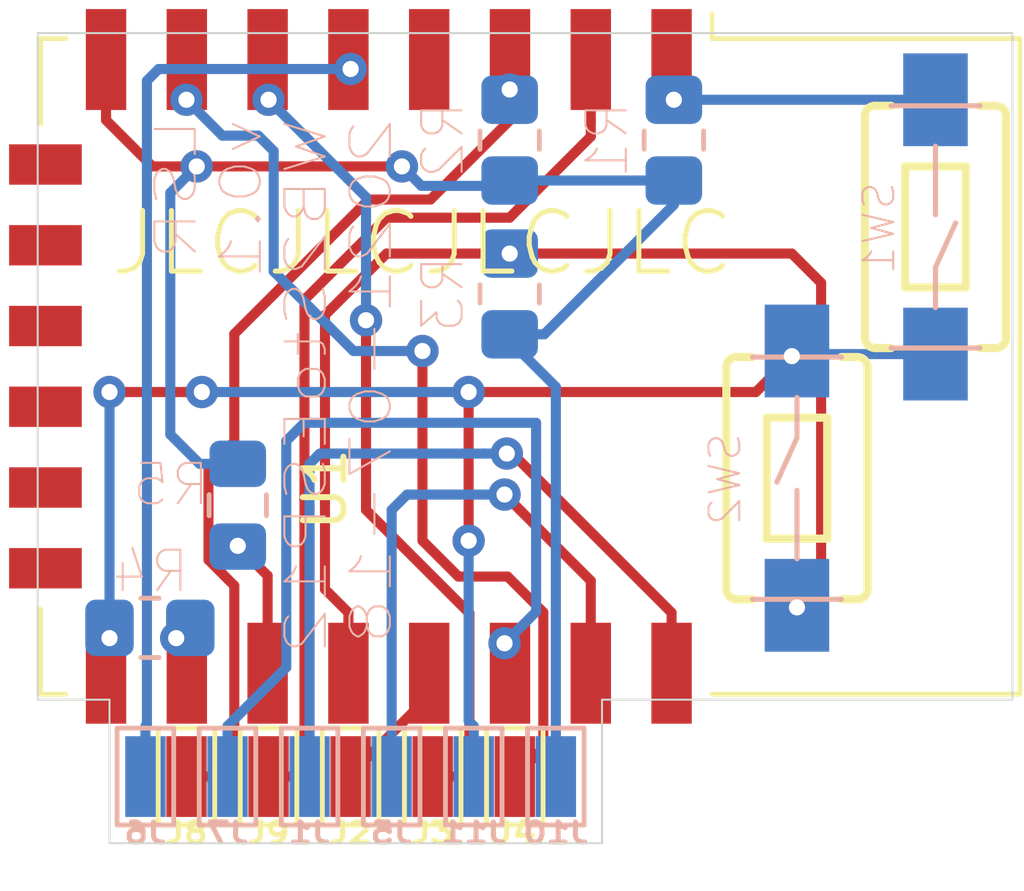
<source format=kicad_pcb>
(kicad_pcb (version 20171130) (host pcbnew 5.1.5+dfsg1-2build2)

  (general
    (thickness 1.6)
    (drawings 10)
    (tracks 138)
    (zones 0)
    (modules 19)
    (nets 23)
  )

  (page A4)
  (layers
    (0 F.Cu signal)
    (31 B.Cu signal)
    (32 B.Adhes user hide)
    (33 F.Adhes user hide)
    (34 B.Paste user hide)
    (35 F.Paste user hide)
    (36 B.SilkS user)
    (37 F.SilkS user)
    (38 B.Mask user hide)
    (39 F.Mask user hide)
    (40 Dwgs.User user hide)
    (41 Cmts.User user hide)
    (42 Eco1.User user hide)
    (43 Eco2.User user hide)
    (44 Edge.Cuts user)
    (45 Margin user hide)
    (46 B.CrtYd user hide)
    (47 F.CrtYd user hide)
    (48 B.Fab user hide)
    (49 F.Fab user hide)
  )

  (setup
    (last_trace_width 0.25)
    (trace_clearance 0.2)
    (zone_clearance 0.508)
    (zone_45_only no)
    (trace_min 0.2)
    (via_size 0.8)
    (via_drill 0.4)
    (via_min_size 0.4)
    (via_min_drill 0.3)
    (uvia_size 0.3)
    (uvia_drill 0.1)
    (uvias_allowed no)
    (uvia_min_size 0.2)
    (uvia_min_drill 0.1)
    (edge_width 0.05)
    (segment_width 0.2)
    (pcb_text_width 0.3)
    (pcb_text_size 1.5 1.5)
    (mod_edge_width 0.12)
    (mod_text_size 1 1)
    (mod_text_width 0.15)
    (pad_size 1.524 1.524)
    (pad_drill 0.762)
    (pad_to_mask_clearance 0)
    (aux_axis_origin 0 0)
    (grid_origin 86.36 106.68)
    (visible_elements FFFFFF7F)
    (pcbplotparams
      (layerselection 0x010ff_ffffffff)
      (usegerberextensions false)
      (usegerberattributes true)
      (usegerberadvancedattributes true)
      (creategerberjobfile true)
      (excludeedgelayer true)
      (linewidth 0.100000)
      (plotframeref false)
      (viasonmask false)
      (mode 1)
      (useauxorigin false)
      (hpglpennumber 1)
      (hpglpenspeed 20)
      (hpglpendiameter 15.000000)
      (psnegative false)
      (psa4output false)
      (plotreference true)
      (plotvalue true)
      (plotinvisibletext false)
      (padsonsilk false)
      (subtractmaskfromsilk false)
      (outputformat 1)
      (mirror false)
      (drillshape 0)
      (scaleselection 1)
      (outputdirectory "gerber/"))
  )

  (net 0 "")
  (net 1 TX)
  (net 2 PWM0)
  (net 3 PWM1)
  (net 4 PWM2)
  (net 5 RX)
  (net 6 PWM5)
  (net 7 PWM4)
  (net 8 CEN)
  (net 9 ADC)
  (net 10 "Net-(R1-Pad1)")
  (net 11 GND)
  (net 12 "Net-(R4-Pad2)")
  (net 13 "Net-(U1-Pad4)")
  (net 14 "Net-(U1-Pad9)")
  (net 15 "Net-(U1-Pad10)")
  (net 16 "Net-(U1-Pad11)")
  (net 17 "Net-(U1-Pad12)")
  (net 18 "Net-(U1-Pad13)")
  (net 19 "Net-(U1-Pad14)")
  (net 20 +3V3)
  (net 21 "Net-(R3-Pad1)")
  (net 22 "Net-(R5-Pad2)")

  (net_class Default "This is the default net class."
    (clearance 0.2)
    (trace_width 0.25)
    (via_dia 0.8)
    (via_drill 0.4)
    (uvia_dia 0.3)
    (uvia_drill 0.1)
    (add_net +3V3)
    (add_net ADC)
    (add_net CEN)
    (add_net GND)
    (add_net "Net-(R1-Pad1)")
    (add_net "Net-(R3-Pad1)")
    (add_net "Net-(R4-Pad2)")
    (add_net "Net-(R5-Pad2)")
    (add_net "Net-(U1-Pad10)")
    (add_net "Net-(U1-Pad11)")
    (add_net "Net-(U1-Pad12)")
    (add_net "Net-(U1-Pad13)")
    (add_net "Net-(U1-Pad14)")
    (add_net "Net-(U1-Pad4)")
    (add_net "Net-(U1-Pad9)")
    (add_net PWM0)
    (add_net PWM1)
    (add_net PWM2)
    (add_net PWM4)
    (add_net PWM5)
    (add_net RX)
    (add_net TX)
  )

  (module Resistor_SMD:R_0805_2012Metric_Pad1.15x1.40mm_HandSolder (layer B.Cu) (tedit 5B36C52B) (tstamp 60F53ACE)
    (at 91.313 118.373 270)
    (descr "Resistor SMD 0805 (2012 Metric), square (rectangular) end terminal, IPC_7351 nominal with elongated pad for handsoldering. (Body size source: https://docs.google.com/spreadsheets/d/1BsfQQcO9C6DZCsRaXUlFlo91Tg2WpOkGARC1WS5S8t0/edit?usp=sharing), generated with kicad-footprint-generator")
    (tags "resistor handsolder")
    (path /60FBBEEB)
    (attr smd)
    (fp_text reference R5 (at -0.508 1.651 180) (layer B.SilkS)
      (effects (font (size 1 1) (thickness 0.0508)) (justify mirror))
    )
    (fp_text value 10k (at 0 -1.65 90) (layer B.Fab)
      (effects (font (size 1 1) (thickness 0.15)) (justify mirror))
    )
    (fp_text user %R (at 0 0 90) (layer B.Fab)
      (effects (font (size 0.5 0.5) (thickness 0.08)) (justify mirror))
    )
    (fp_line (start 1.85 -0.95) (end -1.85 -0.95) (layer B.CrtYd) (width 0.05))
    (fp_line (start 1.85 0.95) (end 1.85 -0.95) (layer B.CrtYd) (width 0.05))
    (fp_line (start -1.85 0.95) (end 1.85 0.95) (layer B.CrtYd) (width 0.05))
    (fp_line (start -1.85 -0.95) (end -1.85 0.95) (layer B.CrtYd) (width 0.05))
    (fp_line (start -0.261252 -0.71) (end 0.261252 -0.71) (layer B.SilkS) (width 0.12))
    (fp_line (start -0.261252 0.71) (end 0.261252 0.71) (layer B.SilkS) (width 0.12))
    (fp_line (start 1 -0.6) (end -1 -0.6) (layer B.Fab) (width 0.1))
    (fp_line (start 1 0.6) (end 1 -0.6) (layer B.Fab) (width 0.1))
    (fp_line (start -1 0.6) (end 1 0.6) (layer B.Fab) (width 0.1))
    (fp_line (start -1 -0.6) (end -1 0.6) (layer B.Fab) (width 0.1))
    (pad 2 smd roundrect (at 1.025 0 270) (size 1.15 1.4) (layers B.Cu B.Paste B.Mask) (roundrect_rratio 0.217391)
      (net 22 "Net-(R5-Pad2)"))
    (pad 1 smd roundrect (at -1.025 0 270) (size 1.15 1.4) (layers B.Cu B.Paste B.Mask) (roundrect_rratio 0.217391)
      (net 20 +3V3))
    (model ${KISYS3DMOD}/Resistor_SMD.3dshapes/R_0805_2012Metric.wrl
      (at (xyz 0 0 0))
      (scale (xyz 1 1 1))
      (rotate (xyz 0 0 0))
    )
  )

  (module myWb2s:TACTILE-SWITCH-1101NE (layer B.Cu) (tedit 200000) (tstamp 60F516B5)
    (at 108.585 111.4806 90)
    (descr "SPARKFUN SKU# COM-08229")
    (tags "SPARKFUN SKU# COM-08229")
    (path /60F1CC69)
    (attr smd)
    (fp_text reference SW1 (at -0.0254 -1.397 90) (layer B.SilkS)
      (effects (font (size 0.762 0.762) (thickness 0.0508)) (justify mirror))
    )
    (fp_text value SW_Push (at -0.71374 -2.31648 90) (layer F.SilkS) hide
      (effects (font (size 0.762 0.762) (thickness 0.0508)))
    )
    (fp_arc (start -2.74828 -1.4986) (end -2.74828 -1.74752) (angle -90) (layer F.SilkS) (width 0.2032))
    (fp_arc (start 2.74828 -1.4986) (end 2.99974 -1.4986) (angle -90) (layer F.SilkS) (width 0.2032))
    (fp_arc (start 2.74828 1.4986) (end 2.74828 1.74752) (angle -90) (layer F.SilkS) (width 0.2032))
    (fp_arc (start -2.74828 1.4986) (end -2.99974 1.4986) (angle -90) (layer F.SilkS) (width 0.2032))
    (fp_line (start 0.29972 0) (end 1.99898 0) (layer B.SilkS) (width 0.127))
    (fp_line (start -0.99822 0) (end 0.09906 0.49784) (layer B.SilkS) (width 0.127))
    (fp_line (start -1.99898 0) (end -0.99822 0) (layer B.SilkS) (width 0.127))
    (fp_line (start 1.4986 -0.7493) (end 1.4986 0.7493) (layer F.SilkS) (width 0.2032))
    (fp_line (start -1.4986 -0.7493) (end -1.4986 0.7493) (layer F.SilkS) (width 0.2032))
    (fp_line (start 1.4986 -0.7493) (end -1.4986 -0.7493) (layer F.SilkS) (width 0.2032))
    (fp_line (start -1.4986 0.7493) (end 1.4986 0.7493) (layer F.SilkS) (width 0.2032))
    (fp_line (start 2.99974 -1.4986) (end 2.99974 -1.09982) (layer F.SilkS) (width 0.2032))
    (fp_line (start 2.99974 1.09982) (end 2.99974 1.4986) (layer F.SilkS) (width 0.2032))
    (fp_line (start -2.99974 1.09982) (end -2.99974 1.4986) (layer F.SilkS) (width 0.2032))
    (fp_line (start -2.99974 -1.4986) (end -2.99974 -1.09982) (layer F.SilkS) (width 0.2032))
    (fp_line (start 2.74828 -1.74752) (end -2.74828 -1.74752) (layer F.SilkS) (width 0.2032))
    (fp_line (start -2.74828 1.74752) (end 2.74828 1.74752) (layer F.SilkS) (width 0.2032))
    (fp_line (start 2.99974 1.09982) (end 2.99974 -1.09982) (layer B.SilkS) (width 0.127))
    (fp_line (start -2.99974 1.09982) (end -2.99974 -1.09982) (layer B.SilkS) (width 0.127))
    (pad 2 smd rect (at 3.1496 0 270) (size 2.2987 1.59766) (layers B.Cu B.Paste B.Mask)
      (net 10 "Net-(R1-Pad1)"))
    (pad 1 smd rect (at -3.1496 0 270) (size 2.2987 1.59766) (layers B.Cu B.Paste B.Mask)
      (net 11 GND))
  )

  (module myWb2s:TACTILE-SWITCH-1101NE (layer B.Cu) (tedit 200000) (tstamp 60F52A8E)
    (at 105.156 117.7036 270)
    (descr "SPARKFUN SKU# COM-08229")
    (tags "SPARKFUN SKU# COM-08229")
    (path /60F1D034)
    (attr smd)
    (fp_text reference SW2 (at 0.0254 1.778 90) (layer B.SilkS)
      (effects (font (size 0.762 0.762) (thickness 0.0508)) (justify mirror))
    )
    (fp_text value SW_Push (at -0.71374 -2.31648 90) (layer F.SilkS) hide
      (effects (font (size 0.762 0.762) (thickness 0.0508)))
    )
    (fp_line (start -2.99974 1.09982) (end -2.99974 -1.09982) (layer B.SilkS) (width 0.127))
    (fp_line (start 2.99974 1.09982) (end 2.99974 -1.09982) (layer B.SilkS) (width 0.127))
    (fp_line (start -2.74828 1.74752) (end 2.74828 1.74752) (layer F.SilkS) (width 0.2032))
    (fp_line (start 2.74828 -1.74752) (end -2.74828 -1.74752) (layer F.SilkS) (width 0.2032))
    (fp_line (start -2.99974 -1.4986) (end -2.99974 -1.09982) (layer F.SilkS) (width 0.2032))
    (fp_line (start -2.99974 1.09982) (end -2.99974 1.4986) (layer F.SilkS) (width 0.2032))
    (fp_line (start 2.99974 1.09982) (end 2.99974 1.4986) (layer F.SilkS) (width 0.2032))
    (fp_line (start 2.99974 -1.4986) (end 2.99974 -1.09982) (layer F.SilkS) (width 0.2032))
    (fp_line (start -1.4986 0.7493) (end 1.4986 0.7493) (layer F.SilkS) (width 0.2032))
    (fp_line (start 1.4986 -0.7493) (end -1.4986 -0.7493) (layer F.SilkS) (width 0.2032))
    (fp_line (start -1.4986 -0.7493) (end -1.4986 0.7493) (layer F.SilkS) (width 0.2032))
    (fp_line (start 1.4986 -0.7493) (end 1.4986 0.7493) (layer F.SilkS) (width 0.2032))
    (fp_line (start -1.99898 0) (end -0.99822 0) (layer B.SilkS) (width 0.127))
    (fp_line (start -0.99822 0) (end 0.09906 0.49784) (layer B.SilkS) (width 0.127))
    (fp_line (start 0.29972 0) (end 1.99898 0) (layer B.SilkS) (width 0.127))
    (fp_arc (start -2.74828 1.4986) (end -2.99974 1.4986) (angle -90) (layer F.SilkS) (width 0.2032))
    (fp_arc (start 2.74828 1.4986) (end 2.74828 1.74752) (angle -90) (layer F.SilkS) (width 0.2032))
    (fp_arc (start 2.74828 -1.4986) (end 2.99974 -1.4986) (angle -90) (layer F.SilkS) (width 0.2032))
    (fp_arc (start -2.74828 -1.4986) (end -2.74828 -1.74752) (angle -90) (layer F.SilkS) (width 0.2032))
    (pad 1 smd rect (at -3.1496 0 90) (size 2.2987 1.59766) (layers B.Cu B.Paste B.Mask)
      (net 11 GND))
    (pad 2 smd rect (at 3.1496 0 90) (size 2.2987 1.59766) (layers B.Cu B.Paste B.Mask)
      (net 21 "Net-(R3-Pad1)"))
  )

  (module Resistor_SMD:R_0805_2012Metric_Pad1.20x1.40mm_HandSolder (layer B.Cu) (tedit 5F68FEEE) (tstamp 60F20D5D)
    (at 98.044 109.331 270)
    (descr "Resistor SMD 0805 (2012 Metric), square (rectangular) end terminal, IPC_7351 nominal with elongated pad for handsoldering. (Body size source: IPC-SM-782 page 72, https://www.pcb-3d.com/wordpress/wp-content/uploads/ipc-sm-782a_amendment_1_and_2.pdf), generated with kicad-footprint-generator")
    (tags "resistor handsolder")
    (path /60F1C057)
    (attr smd)
    (fp_text reference R2 (at 0 1.65 90) (layer B.SilkS)
      (effects (font (size 1 1) (thickness 0.0508)) (justify mirror))
    )
    (fp_text value 10k (at 0 -1.65 90) (layer B.Fab)
      (effects (font (size 1 1) (thickness 0.15)) (justify mirror))
    )
    (fp_text user %R (at 0 0 90) (layer B.Fab)
      (effects (font (size 0.5 0.5) (thickness 0.08)) (justify mirror))
    )
    (fp_line (start -1 -0.625) (end -1 0.625) (layer B.Fab) (width 0.1))
    (fp_line (start -1 0.625) (end 1 0.625) (layer B.Fab) (width 0.1))
    (fp_line (start 1 0.625) (end 1 -0.625) (layer B.Fab) (width 0.1))
    (fp_line (start 1 -0.625) (end -1 -0.625) (layer B.Fab) (width 0.1))
    (fp_line (start -0.227064 0.735) (end 0.227064 0.735) (layer B.SilkS) (width 0.12))
    (fp_line (start -0.227064 -0.735) (end 0.227064 -0.735) (layer B.SilkS) (width 0.12))
    (fp_line (start -1.85 -0.95) (end -1.85 0.95) (layer B.CrtYd) (width 0.05))
    (fp_line (start -1.85 0.95) (end 1.85 0.95) (layer B.CrtYd) (width 0.05))
    (fp_line (start 1.85 0.95) (end 1.85 -0.95) (layer B.CrtYd) (width 0.05))
    (fp_line (start 1.85 -0.95) (end -1.85 -0.95) (layer B.CrtYd) (width 0.05))
    (pad 2 smd roundrect (at 1 0 270) (size 1.2 1.4) (layers B.Cu B.Paste B.Mask) (roundrect_rratio 0.208333)
      (net 20 +3V3))
    (pad 1 smd roundrect (at -1 0 270) (size 1.2 1.4) (layers B.Cu B.Paste B.Mask) (roundrect_rratio 0.208333)
      (net 8 CEN))
    (model ${KISYS3DMOD}/Resistor_SMD.3dshapes/R_0805_2012Metric.wrl
      (at (xyz 0 0 0))
      (scale (xyz 1 1 1))
      (rotate (xyz 0 0 0))
    )
  )

  (module RF_Module:ESP-12E (layer F.Cu) (tedit 5A030172) (tstamp 60F214E7)
    (at 98.552 114.935 270)
    (descr "Wi-Fi Module, http://wiki.ai-thinker.com/_media/esp8266/docs/aithinker_esp_12f_datasheet_en.pdf")
    (tags "Wi-Fi Module")
    (path /60F1A882)
    (attr smd)
    (fp_text reference U1 (at 3.048 5.08 90) (layer F.SilkS)
      (effects (font (size 1 1) (thickness 0.15)))
    )
    (fp_text value ESP-12E (at -0.06 -12.78 90) (layer F.Fab)
      (effects (font (size 1 1) (thickness 0.15)))
    )
    (fp_line (start 5.56 -4.8) (end 8.12 -7.36) (layer Dwgs.User) (width 0.12))
    (fp_line (start 2.56 -4.8) (end 8.12 -10.36) (layer Dwgs.User) (width 0.12))
    (fp_line (start -0.44 -4.8) (end 6.88 -12.12) (layer Dwgs.User) (width 0.12))
    (fp_line (start -3.44 -4.8) (end 3.88 -12.12) (layer Dwgs.User) (width 0.12))
    (fp_line (start -6.44 -4.8) (end 0.88 -12.12) (layer Dwgs.User) (width 0.12))
    (fp_line (start -8.12 -6.12) (end -2.12 -12.12) (layer Dwgs.User) (width 0.12))
    (fp_line (start -8.12 -9.12) (end -5.12 -12.12) (layer Dwgs.User) (width 0.12))
    (fp_line (start -8.12 -4.8) (end -8.12 -12.12) (layer Dwgs.User) (width 0.12))
    (fp_line (start 8.12 -4.8) (end -8.12 -4.8) (layer Dwgs.User) (width 0.12))
    (fp_line (start 8.12 -12.12) (end 8.12 -4.8) (layer Dwgs.User) (width 0.12))
    (fp_line (start -8.12 -12.12) (end 8.12 -12.12) (layer Dwgs.User) (width 0.12))
    (fp_line (start -8.12 -4.5) (end -8.73 -4.5) (layer F.SilkS) (width 0.12))
    (fp_line (start -8.12 -4.5) (end -8.12 -12.12) (layer F.SilkS) (width 0.12))
    (fp_line (start -8.12 12.12) (end -8.12 11.5) (layer F.SilkS) (width 0.12))
    (fp_line (start -6 12.12) (end -8.12 12.12) (layer F.SilkS) (width 0.12))
    (fp_line (start 8.12 12.12) (end 6 12.12) (layer F.SilkS) (width 0.12))
    (fp_line (start 8.12 11.5) (end 8.12 12.12) (layer F.SilkS) (width 0.12))
    (fp_line (start 8.12 -12.12) (end 8.12 -4.5) (layer F.SilkS) (width 0.12))
    (fp_line (start -8.12 -12.12) (end 8.12 -12.12) (layer F.SilkS) (width 0.12))
    (fp_line (start -9.05 13.1) (end -9.05 -12.2) (layer F.CrtYd) (width 0.05))
    (fp_line (start 9.05 13.1) (end -9.05 13.1) (layer F.CrtYd) (width 0.05))
    (fp_line (start 9.05 -12.2) (end 9.05 13.1) (layer F.CrtYd) (width 0.05))
    (fp_line (start -9.05 -12.2) (end 9.05 -12.2) (layer F.CrtYd) (width 0.05))
    (fp_line (start -8 -4) (end -8 -12) (layer F.Fab) (width 0.12))
    (fp_line (start -7.5 -3.5) (end -8 -4) (layer F.Fab) (width 0.12))
    (fp_line (start -8 -3) (end -7.5 -3.5) (layer F.Fab) (width 0.12))
    (fp_line (start -8 12) (end -8 -3) (layer F.Fab) (width 0.12))
    (fp_line (start 8 12) (end -8 12) (layer F.Fab) (width 0.12))
    (fp_line (start 8 -12) (end 8 12) (layer F.Fab) (width 0.12))
    (fp_line (start -8 -12) (end 8 -12) (layer F.Fab) (width 0.12))
    (fp_text user Antenna (at -0.06 -7 270) (layer Cmts.User)
      (effects (font (size 1 1) (thickness 0.15)))
    )
    (fp_text user "KEEP-OUT ZONE" (at 0.03 -9.55 270) (layer Cmts.User)
      (effects (font (size 1 1) (thickness 0.15)))
    )
    (fp_text user %R (at 0.49 -0.8 90) (layer F.Fab)
      (effects (font (size 1 1) (thickness 0.15)))
    )
    (pad 1 smd rect (at -7.6 -3.5 270) (size 2.5 1) (layers F.Cu F.Paste F.Mask)
      (net 10 "Net-(R1-Pad1)"))
    (pad 2 smd rect (at -7.6 -1.5 270) (size 2.5 1) (layers F.Cu F.Paste F.Mask)
      (net 9 ADC))
    (pad 3 smd rect (at -7.6 0.5 270) (size 2.5 1) (layers F.Cu F.Paste F.Mask)
      (net 8 CEN))
    (pad 4 smd rect (at -7.6 2.5 270) (size 2.5 1) (layers F.Cu F.Paste F.Mask)
      (net 13 "Net-(U1-Pad4)"))
    (pad 5 smd rect (at -7.6 4.5 270) (size 2.5 1) (layers F.Cu F.Paste F.Mask)
      (net 6 PWM5))
    (pad 6 smd rect (at -7.6 6.5 270) (size 2.5 1) (layers F.Cu F.Paste F.Mask)
      (net 3 PWM1))
    (pad 7 smd rect (at -7.6 8.5 270) (size 2.5 1) (layers F.Cu F.Paste F.Mask)
      (net 4 PWM2))
    (pad 8 smd rect (at -7.6 10.5 270) (size 2.5 1) (layers F.Cu F.Paste F.Mask)
      (net 20 +3V3))
    (pad 9 smd rect (at -5 12 270) (size 1 1.8) (layers F.Cu F.Paste F.Mask)
      (net 14 "Net-(U1-Pad9)"))
    (pad 10 smd rect (at -3 12 270) (size 1 1.8) (layers F.Cu F.Paste F.Mask)
      (net 15 "Net-(U1-Pad10)"))
    (pad 11 smd rect (at -1 12 270) (size 1 1.8) (layers F.Cu F.Paste F.Mask)
      (net 16 "Net-(U1-Pad11)"))
    (pad 12 smd rect (at 1 12 270) (size 1 1.8) (layers F.Cu F.Paste F.Mask)
      (net 17 "Net-(U1-Pad12)"))
    (pad 13 smd rect (at 3 12 270) (size 1 1.8) (layers F.Cu F.Paste F.Mask)
      (net 18 "Net-(U1-Pad13)"))
    (pad 14 smd rect (at 5 12 270) (size 1 1.8) (layers F.Cu F.Paste F.Mask)
      (net 19 "Net-(U1-Pad14)"))
    (pad 15 smd rect (at 7.6 10.5 270) (size 2.5 1) (layers F.Cu F.Paste F.Mask)
      (net 11 GND))
    (pad 16 smd rect (at 7.6 8.5 270) (size 2.5 1) (layers F.Cu F.Paste F.Mask)
      (net 12 "Net-(R4-Pad2)"))
    (pad 17 smd rect (at 7.6 6.5 270) (size 2.5 1) (layers F.Cu F.Paste F.Mask)
      (net 22 "Net-(R5-Pad2)"))
    (pad 18 smd rect (at 7.6 4.5 270) (size 2.5 1) (layers F.Cu F.Paste F.Mask)
      (net 21 "Net-(R3-Pad1)"))
    (pad 19 smd rect (at 7.6 2.5 270) (size 2.5 1) (layers F.Cu F.Paste F.Mask)
      (net 2 PWM0))
    (pad 20 smd rect (at 7.6 0.5 270) (size 2.5 1) (layers F.Cu F.Paste F.Mask)
      (net 7 PWM4))
    (pad 21 smd rect (at 7.6 -1.5 270) (size 2.5 1) (layers F.Cu F.Paste F.Mask)
      (net 5 RX))
    (pad 22 smd rect (at 7.6 -3.5 270) (size 2.5 1) (layers F.Cu F.Paste F.Mask)
      (net 1 TX))
    (model ${KISYS3DMOD}/RF_Module.3dshapes/ESP-12E.wrl
      (at (xyz 0 0 0))
      (scale (xyz 1 1 1))
      (rotate (xyz 0 0 0))
    )
  )

  (module Resistor_SMD:R_0805_2012Metric_Pad1.20x1.40mm_HandSolder (layer B.Cu) (tedit 5F68FEEE) (tstamp 60F20D4C)
    (at 102.108 109.331 270)
    (descr "Resistor SMD 0805 (2012 Metric), square (rectangular) end terminal, IPC_7351 nominal with elongated pad for handsoldering. (Body size source: IPC-SM-782 page 72, https://www.pcb-3d.com/wordpress/wp-content/uploads/ipc-sm-782a_amendment_1_and_2.pdf), generated with kicad-footprint-generator")
    (tags "resistor handsolder")
    (path /60F1B517)
    (attr smd)
    (fp_text reference R1 (at 0 1.65 90) (layer B.SilkS)
      (effects (font (size 1 1) (thickness 0.0508)) (justify mirror))
    )
    (fp_text value 10k (at 0 -1.65 90) (layer B.Fab)
      (effects (font (size 1 1) (thickness 0.15)) (justify mirror))
    )
    (fp_text user %R (at 0 0 90) (layer B.Fab)
      (effects (font (size 0.5 0.5) (thickness 0.08)) (justify mirror))
    )
    (fp_line (start -1 -0.625) (end -1 0.625) (layer B.Fab) (width 0.1))
    (fp_line (start -1 0.625) (end 1 0.625) (layer B.Fab) (width 0.1))
    (fp_line (start 1 0.625) (end 1 -0.625) (layer B.Fab) (width 0.1))
    (fp_line (start 1 -0.625) (end -1 -0.625) (layer B.Fab) (width 0.1))
    (fp_line (start -0.227064 0.735) (end 0.227064 0.735) (layer B.SilkS) (width 0.12))
    (fp_line (start -0.227064 -0.735) (end 0.227064 -0.735) (layer B.SilkS) (width 0.12))
    (fp_line (start -1.85 -0.95) (end -1.85 0.95) (layer B.CrtYd) (width 0.05))
    (fp_line (start -1.85 0.95) (end 1.85 0.95) (layer B.CrtYd) (width 0.05))
    (fp_line (start 1.85 0.95) (end 1.85 -0.95) (layer B.CrtYd) (width 0.05))
    (fp_line (start 1.85 -0.95) (end -1.85 -0.95) (layer B.CrtYd) (width 0.05))
    (pad 2 smd roundrect (at 1 0 270) (size 1.2 1.4) (layers B.Cu B.Paste B.Mask) (roundrect_rratio 0.208333)
      (net 20 +3V3))
    (pad 1 smd roundrect (at -1 0 270) (size 1.2 1.4) (layers B.Cu B.Paste B.Mask) (roundrect_rratio 0.208333)
      (net 10 "Net-(R1-Pad1)"))
    (model ${KISYS3DMOD}/Resistor_SMD.3dshapes/R_0805_2012Metric.wrl
      (at (xyz 0 0 0))
      (scale (xyz 1 1 1))
      (rotate (xyz 0 0 0))
    )
  )

  (module Resistor_SMD:R_0805_2012Metric_Pad1.20x1.40mm_HandSolder (layer B.Cu) (tedit 5F68FEEE) (tstamp 60F20D6E)
    (at 98.044 113.141 270)
    (descr "Resistor SMD 0805 (2012 Metric), square (rectangular) end terminal, IPC_7351 nominal with elongated pad for handsoldering. (Body size source: IPC-SM-782 page 72, https://www.pcb-3d.com/wordpress/wp-content/uploads/ipc-sm-782a_amendment_1_and_2.pdf), generated with kicad-footprint-generator")
    (tags "resistor handsolder")
    (path /60F1BCCF)
    (attr smd)
    (fp_text reference R3 (at 0 1.65 90) (layer B.SilkS)
      (effects (font (size 1 1) (thickness 0.0508)) (justify mirror))
    )
    (fp_text value 10k (at 0 -1.65 90) (layer B.Fab)
      (effects (font (size 1 1) (thickness 0.15)) (justify mirror))
    )
    (fp_text user %R (at 0 0 90) (layer B.Fab)
      (effects (font (size 0.5 0.5) (thickness 0.08)) (justify mirror))
    )
    (fp_line (start -1 -0.625) (end -1 0.625) (layer B.Fab) (width 0.1))
    (fp_line (start -1 0.625) (end 1 0.625) (layer B.Fab) (width 0.1))
    (fp_line (start 1 0.625) (end 1 -0.625) (layer B.Fab) (width 0.1))
    (fp_line (start 1 -0.625) (end -1 -0.625) (layer B.Fab) (width 0.1))
    (fp_line (start -0.227064 0.735) (end 0.227064 0.735) (layer B.SilkS) (width 0.12))
    (fp_line (start -0.227064 -0.735) (end 0.227064 -0.735) (layer B.SilkS) (width 0.12))
    (fp_line (start -1.85 -0.95) (end -1.85 0.95) (layer B.CrtYd) (width 0.05))
    (fp_line (start -1.85 0.95) (end 1.85 0.95) (layer B.CrtYd) (width 0.05))
    (fp_line (start 1.85 0.95) (end 1.85 -0.95) (layer B.CrtYd) (width 0.05))
    (fp_line (start 1.85 -0.95) (end -1.85 -0.95) (layer B.CrtYd) (width 0.05))
    (pad 2 smd roundrect (at 1 0 270) (size 1.2 1.4) (layers B.Cu B.Paste B.Mask) (roundrect_rratio 0.208333)
      (net 20 +3V3))
    (pad 1 smd roundrect (at -1 0 270) (size 1.2 1.4) (layers B.Cu B.Paste B.Mask) (roundrect_rratio 0.208333)
      (net 21 "Net-(R3-Pad1)"))
    (model ${KISYS3DMOD}/Resistor_SMD.3dshapes/R_0805_2012Metric.wrl
      (at (xyz 0 0 0))
      (scale (xyz 1 1 1))
      (rotate (xyz 0 0 0))
    )
  )

  (module Resistor_SMD:R_0805_2012Metric_Pad1.20x1.40mm_HandSolder (layer B.Cu) (tedit 5F68FEEE) (tstamp 60F52B19)
    (at 89.138 121.412)
    (descr "Resistor SMD 0805 (2012 Metric), square (rectangular) end terminal, IPC_7351 nominal with elongated pad for handsoldering. (Body size source: IPC-SM-782 page 72, https://www.pcb-3d.com/wordpress/wp-content/uploads/ipc-sm-782a_amendment_1_and_2.pdf), generated with kicad-footprint-generator")
    (tags "resistor handsolder")
    (path /60F1BE71)
    (attr smd)
    (fp_text reference R4 (at 0.016 -1.397) (layer B.SilkS)
      (effects (font (size 1 1) (thickness 0.0508)) (justify mirror))
    )
    (fp_text value 10k (at 0 -1.65) (layer B.Fab)
      (effects (font (size 1 1) (thickness 0.15)) (justify mirror))
    )
    (fp_line (start 1.85 -0.95) (end -1.85 -0.95) (layer B.CrtYd) (width 0.05))
    (fp_line (start 1.85 0.95) (end 1.85 -0.95) (layer B.CrtYd) (width 0.05))
    (fp_line (start -1.85 0.95) (end 1.85 0.95) (layer B.CrtYd) (width 0.05))
    (fp_line (start -1.85 -0.95) (end -1.85 0.95) (layer B.CrtYd) (width 0.05))
    (fp_line (start -0.227064 -0.735) (end 0.227064 -0.735) (layer B.SilkS) (width 0.12))
    (fp_line (start -0.227064 0.735) (end 0.227064 0.735) (layer B.SilkS) (width 0.12))
    (fp_line (start 1 -0.625) (end -1 -0.625) (layer B.Fab) (width 0.1))
    (fp_line (start 1 0.625) (end 1 -0.625) (layer B.Fab) (width 0.1))
    (fp_line (start -1 0.625) (end 1 0.625) (layer B.Fab) (width 0.1))
    (fp_line (start -1 -0.625) (end -1 0.625) (layer B.Fab) (width 0.1))
    (fp_text user %R (at 0 0) (layer B.Fab)
      (effects (font (size 0.5 0.5) (thickness 0.08)) (justify mirror))
    )
    (pad 1 smd roundrect (at -1 0) (size 1.2 1.4) (layers B.Cu B.Paste B.Mask) (roundrect_rratio 0.208333)
      (net 11 GND))
    (pad 2 smd roundrect (at 1 0) (size 1.2 1.4) (layers B.Cu B.Paste B.Mask) (roundrect_rratio 0.208333)
      (net 12 "Net-(R4-Pad2)"))
    (model ${KISYS3DMOD}/Resistor_SMD.3dshapes/R_0805_2012Metric.wrl
      (at (xyz 0 0 0))
      (scale (xyz 1 1 1))
      (rotate (xyz 0 0 0))
    )
  )

  (module myWb2s:TestPoint_Pad_1.0x2.0mm (layer B.Cu) (tedit 60F444A2) (tstamp 60F51B97)
    (at 93.091 125.095)
    (descr "SMD rectangular pad as test Point, square 2.0mm side length")
    (tags "test point SMD pad rectangle square")
    (path /60F25712)
    (attr virtual)
    (fp_text reference J1 (at 0 1.397) (layer B.SilkS)
      (effects (font (size 0.5 0.6) (thickness 0.125)) (justify mirror))
    )
    (fp_text value TX (at 0 -2.05) (layer B.Fab)
      (effects (font (size 1 1) (thickness 0.15)) (justify mirror))
    )
    (fp_line (start 0.75 -1.5) (end -0.75 -1.5) (layer B.CrtYd) (width 0.05))
    (fp_line (start 0.75 -1.5) (end 0.75 1.5) (layer B.CrtYd) (width 0.05))
    (fp_line (start -0.75 1.5) (end -0.75 -1.5) (layer B.CrtYd) (width 0.05))
    (fp_line (start -0.75 1.5) (end 0.75 1.5) (layer B.CrtYd) (width 0.05))
    (fp_line (start -0.7 -1.2) (end -0.7 1.2) (layer B.SilkS) (width 0.12))
    (fp_line (start 0.7 -1.2) (end -0.7 -1.2) (layer B.SilkS) (width 0.12))
    (fp_line (start 0.7 1.2) (end 0.7 -1.2) (layer B.SilkS) (width 0.12))
    (fp_line (start -0.7 1.2) (end 0.7 1.2) (layer B.SilkS) (width 0.12))
    (fp_text user %R (at 0 2) (layer B.Fab)
      (effects (font (size 1 1) (thickness 0.15)) (justify mirror))
    )
    (pad 1 smd rect (at 0 0) (size 1 2) (layers B.Cu B.Mask)
      (net 1 TX))
  )

  (module myWb2s:TestPoint_Pad_1.0x2.0mm (layer F.Cu) (tedit 60F444A2) (tstamp 60F51B70)
    (at 94.107 125.095)
    (descr "SMD rectangular pad as test Point, square 2.0mm side length")
    (tags "test point SMD pad rectangle square")
    (path /60F2515D)
    (attr virtual)
    (fp_text reference J2 (at 0 1.397) (layer F.SilkS)
      (effects (font (size 0.5 0.6) (thickness 0.125)))
    )
    (fp_text value PWM0 (at 0 2.05) (layer F.Fab)
      (effects (font (size 1 1) (thickness 0.15)))
    )
    (fp_text user %R (at 0 -2) (layer F.Fab)
      (effects (font (size 1 1) (thickness 0.15)))
    )
    (fp_line (start -0.7 -1.2) (end 0.7 -1.2) (layer F.SilkS) (width 0.12))
    (fp_line (start 0.7 -1.2) (end 0.7 1.2) (layer F.SilkS) (width 0.12))
    (fp_line (start 0.7 1.2) (end -0.7 1.2) (layer F.SilkS) (width 0.12))
    (fp_line (start -0.7 1.2) (end -0.7 -1.2) (layer F.SilkS) (width 0.12))
    (fp_line (start -0.75 -1.5) (end 0.75 -1.5) (layer F.CrtYd) (width 0.05))
    (fp_line (start -0.75 -1.5) (end -0.75 1.5) (layer F.CrtYd) (width 0.05))
    (fp_line (start 0.75 1.5) (end 0.75 -1.5) (layer F.CrtYd) (width 0.05))
    (fp_line (start 0.75 1.5) (end -0.75 1.5) (layer F.CrtYd) (width 0.05))
    (pad 1 smd rect (at 0 0) (size 1 2) (layers F.Cu F.Mask)
      (net 2 PWM0))
  )

  (module myWb2s:TestPoint_Pad_1.0x2.0mm (layer F.Cu) (tedit 60F444A2) (tstamp 60F51A5F)
    (at 96.139 125.095)
    (descr "SMD rectangular pad as test Point, square 2.0mm side length")
    (tags "test point SMD pad rectangle square")
    (path /60F25870)
    (attr virtual)
    (fp_text reference J3 (at 0 1.397) (layer F.SilkS)
      (effects (font (size 0.5 0.6) (thickness 0.125)))
    )
    (fp_text value PWM1 (at 0 2.05) (layer F.Fab)
      (effects (font (size 1 1) (thickness 0.15)))
    )
    (fp_text user %R (at 0 -2) (layer F.Fab)
      (effects (font (size 1 1) (thickness 0.15)))
    )
    (fp_line (start -0.7 -1.2) (end 0.7 -1.2) (layer F.SilkS) (width 0.12))
    (fp_line (start 0.7 -1.2) (end 0.7 1.2) (layer F.SilkS) (width 0.12))
    (fp_line (start 0.7 1.2) (end -0.7 1.2) (layer F.SilkS) (width 0.12))
    (fp_line (start -0.7 1.2) (end -0.7 -1.2) (layer F.SilkS) (width 0.12))
    (fp_line (start -0.75 -1.5) (end 0.75 -1.5) (layer F.CrtYd) (width 0.05))
    (fp_line (start -0.75 -1.5) (end -0.75 1.5) (layer F.CrtYd) (width 0.05))
    (fp_line (start 0.75 1.5) (end 0.75 -1.5) (layer F.CrtYd) (width 0.05))
    (fp_line (start 0.75 1.5) (end -0.75 1.5) (layer F.CrtYd) (width 0.05))
    (pad 1 smd rect (at 0 0) (size 1 2) (layers F.Cu F.Mask)
      (net 3 PWM1))
  )

  (module myWb2s:TestPoint_Pad_1.0x2.0mm (layer F.Cu) (tedit 60F444A2) (tstamp 60F51BBE)
    (at 98.171 125.095)
    (descr "SMD rectangular pad as test Point, square 2.0mm side length")
    (tags "test point SMD pad rectangle square")
    (path /60F25ABD)
    (attr virtual)
    (fp_text reference J4 (at 0 1.397) (layer F.SilkS)
      (effects (font (size 0.5 0.6) (thickness 0.125)))
    )
    (fp_text value PWM2 (at 0 2.05) (layer F.Fab)
      (effects (font (size 1 1) (thickness 0.15)))
    )
    (fp_line (start 0.75 1.5) (end -0.75 1.5) (layer F.CrtYd) (width 0.05))
    (fp_line (start 0.75 1.5) (end 0.75 -1.5) (layer F.CrtYd) (width 0.05))
    (fp_line (start -0.75 -1.5) (end -0.75 1.5) (layer F.CrtYd) (width 0.05))
    (fp_line (start -0.75 -1.5) (end 0.75 -1.5) (layer F.CrtYd) (width 0.05))
    (fp_line (start -0.7 1.2) (end -0.7 -1.2) (layer F.SilkS) (width 0.12))
    (fp_line (start 0.7 1.2) (end -0.7 1.2) (layer F.SilkS) (width 0.12))
    (fp_line (start 0.7 -1.2) (end 0.7 1.2) (layer F.SilkS) (width 0.12))
    (fp_line (start -0.7 -1.2) (end 0.7 -1.2) (layer F.SilkS) (width 0.12))
    (fp_text user %R (at 0 -2) (layer F.Fab)
      (effects (font (size 1 1) (thickness 0.15)))
    )
    (pad 1 smd rect (at 0 0) (size 1 2) (layers F.Cu F.Mask)
      (net 4 PWM2))
  )

  (module myWb2s:TestPoint_Pad_1.0x2.0mm (layer B.Cu) (tedit 60F444A2) (tstamp 60F51B22)
    (at 95.123 125.095)
    (descr "SMD rectangular pad as test Point, square 2.0mm side length")
    (tags "test point SMD pad rectangle square")
    (path /60F1DDBA)
    (attr virtual)
    (fp_text reference J5 (at 0 1.397) (layer B.SilkS)
      (effects (font (size 0.5 0.6) (thickness 0.125)) (justify mirror))
    )
    (fp_text value RX (at 0 -2.05) (layer B.Fab)
      (effects (font (size 1 1) (thickness 0.15)) (justify mirror))
    )
    (fp_text user %R (at 0 2) (layer B.Fab)
      (effects (font (size 1 1) (thickness 0.15)) (justify mirror))
    )
    (fp_line (start -0.7 1.2) (end 0.7 1.2) (layer B.SilkS) (width 0.12))
    (fp_line (start 0.7 1.2) (end 0.7 -1.2) (layer B.SilkS) (width 0.12))
    (fp_line (start 0.7 -1.2) (end -0.7 -1.2) (layer B.SilkS) (width 0.12))
    (fp_line (start -0.7 -1.2) (end -0.7 1.2) (layer B.SilkS) (width 0.12))
    (fp_line (start -0.75 1.5) (end 0.75 1.5) (layer B.CrtYd) (width 0.05))
    (fp_line (start -0.75 1.5) (end -0.75 -1.5) (layer B.CrtYd) (width 0.05))
    (fp_line (start 0.75 -1.5) (end 0.75 1.5) (layer B.CrtYd) (width 0.05))
    (fp_line (start 0.75 -1.5) (end -0.75 -1.5) (layer B.CrtYd) (width 0.05))
    (pad 1 smd rect (at 0 0) (size 1 2) (layers B.Cu B.Mask)
      (net 5 RX))
  )

  (module myWb2s:TestPoint_Pad_1.0x2.0mm (layer B.Cu) (tedit 60F444A2) (tstamp 60F51AAD)
    (at 89.027 125.095)
    (descr "SMD rectangular pad as test Point, square 2.0mm side length")
    (tags "test point SMD pad rectangle square")
    (path /60F2F0E7)
    (attr virtual)
    (fp_text reference J6 (at 0 1.397) (layer B.SilkS)
      (effects (font (size 0.5 0.6) (thickness 0.125)) (justify mirror))
    )
    (fp_text value PWM5 (at 0 -2.05) (layer B.Fab)
      (effects (font (size 1 1) (thickness 0.15)) (justify mirror))
    )
    (fp_text user %R (at 0 2) (layer B.Fab)
      (effects (font (size 1 1) (thickness 0.15)) (justify mirror))
    )
    (fp_line (start -0.7 1.2) (end 0.7 1.2) (layer B.SilkS) (width 0.12))
    (fp_line (start 0.7 1.2) (end 0.7 -1.2) (layer B.SilkS) (width 0.12))
    (fp_line (start 0.7 -1.2) (end -0.7 -1.2) (layer B.SilkS) (width 0.12))
    (fp_line (start -0.7 -1.2) (end -0.7 1.2) (layer B.SilkS) (width 0.12))
    (fp_line (start -0.75 1.5) (end 0.75 1.5) (layer B.CrtYd) (width 0.05))
    (fp_line (start -0.75 1.5) (end -0.75 -1.5) (layer B.CrtYd) (width 0.05))
    (fp_line (start 0.75 -1.5) (end 0.75 1.5) (layer B.CrtYd) (width 0.05))
    (fp_line (start 0.75 -1.5) (end -0.75 -1.5) (layer B.CrtYd) (width 0.05))
    (pad 1 smd rect (at 0 0) (size 1 2) (layers B.Cu B.Mask)
      (net 6 PWM5))
  )

  (module myWb2s:TestPoint_Pad_1.0x2.0mm (layer B.Cu) (tedit 60F444A2) (tstamp 60F51AD4)
    (at 91.059 125.095)
    (descr "SMD rectangular pad as test Point, square 2.0mm side length")
    (tags "test point SMD pad rectangle square")
    (path /60F1DBF4)
    (attr virtual)
    (fp_text reference J7 (at 0 1.397) (layer B.SilkS)
      (effects (font (size 0.5 0.6) (thickness 0.125)) (justify mirror))
    )
    (fp_text value PWM4 (at 0 -2.05) (layer B.Fab)
      (effects (font (size 1 1) (thickness 0.15)) (justify mirror))
    )
    (fp_line (start 0.75 -1.5) (end -0.75 -1.5) (layer B.CrtYd) (width 0.05))
    (fp_line (start 0.75 -1.5) (end 0.75 1.5) (layer B.CrtYd) (width 0.05))
    (fp_line (start -0.75 1.5) (end -0.75 -1.5) (layer B.CrtYd) (width 0.05))
    (fp_line (start -0.75 1.5) (end 0.75 1.5) (layer B.CrtYd) (width 0.05))
    (fp_line (start -0.7 -1.2) (end -0.7 1.2) (layer B.SilkS) (width 0.12))
    (fp_line (start 0.7 -1.2) (end -0.7 -1.2) (layer B.SilkS) (width 0.12))
    (fp_line (start 0.7 1.2) (end 0.7 -1.2) (layer B.SilkS) (width 0.12))
    (fp_line (start -0.7 1.2) (end 0.7 1.2) (layer B.SilkS) (width 0.12))
    (fp_text user %R (at 0 2) (layer B.Fab)
      (effects (font (size 1 1) (thickness 0.15)) (justify mirror))
    )
    (pad 1 smd rect (at 0 0) (size 1 2) (layers B.Cu B.Mask)
      (net 7 PWM4))
  )

  (module myWb2s:TestPoint_Pad_1.0x2.0mm (layer F.Cu) (tedit 60F444A2) (tstamp 60F5229A)
    (at 90.043 125.095)
    (descr "SMD rectangular pad as test Point, square 2.0mm side length")
    (tags "test point SMD pad rectangle square")
    (path /60F1D753)
    (attr virtual)
    (fp_text reference J8 (at 0 1.397) (layer F.SilkS)
      (effects (font (size 0.5 0.6) (thickness 0.125)))
    )
    (fp_text value CEN (at 0 2.05) (layer F.Fab)
      (effects (font (size 1 1) (thickness 0.15)))
    )
    (fp_line (start 0.75 1.5) (end -0.75 1.5) (layer F.CrtYd) (width 0.05))
    (fp_line (start 0.75 1.5) (end 0.75 -1.5) (layer F.CrtYd) (width 0.05))
    (fp_line (start -0.75 -1.5) (end -0.75 1.5) (layer F.CrtYd) (width 0.05))
    (fp_line (start -0.75 -1.5) (end 0.75 -1.5) (layer F.CrtYd) (width 0.05))
    (fp_line (start -0.7 1.2) (end -0.7 -1.2) (layer F.SilkS) (width 0.12))
    (fp_line (start 0.7 1.2) (end -0.7 1.2) (layer F.SilkS) (width 0.12))
    (fp_line (start 0.7 -1.2) (end 0.7 1.2) (layer F.SilkS) (width 0.12))
    (fp_line (start -0.7 -1.2) (end 0.7 -1.2) (layer F.SilkS) (width 0.12))
    (fp_text user %R (at 0 -2) (layer F.Fab)
      (effects (font (size 1 1) (thickness 0.15)))
    )
    (pad 1 smd rect (at 0 0) (size 1 2) (layers F.Cu F.Mask)
      (net 8 CEN))
  )

  (module myWb2s:TestPoint_Pad_1.0x2.0mm (layer F.Cu) (tedit 60F444A2) (tstamp 60F51AFB)
    (at 92.075 125.095)
    (descr "SMD rectangular pad as test Point, square 2.0mm side length")
    (tags "test point SMD pad rectangle square")
    (path /60F30A77)
    (attr virtual)
    (fp_text reference J9 (at 0 1.397) (layer F.SilkS)
      (effects (font (size 0.5 0.6) (thickness 0.125)))
    )
    (fp_text value ADC (at 0 2.05) (layer F.Fab)
      (effects (font (size 1 1) (thickness 0.15)))
    )
    (fp_line (start 0.75 1.5) (end -0.75 1.5) (layer F.CrtYd) (width 0.05))
    (fp_line (start 0.75 1.5) (end 0.75 -1.5) (layer F.CrtYd) (width 0.05))
    (fp_line (start -0.75 -1.5) (end -0.75 1.5) (layer F.CrtYd) (width 0.05))
    (fp_line (start -0.75 -1.5) (end 0.75 -1.5) (layer F.CrtYd) (width 0.05))
    (fp_line (start -0.7 1.2) (end -0.7 -1.2) (layer F.SilkS) (width 0.12))
    (fp_line (start 0.7 1.2) (end -0.7 1.2) (layer F.SilkS) (width 0.12))
    (fp_line (start 0.7 -1.2) (end 0.7 1.2) (layer F.SilkS) (width 0.12))
    (fp_line (start -0.7 -1.2) (end 0.7 -1.2) (layer F.SilkS) (width 0.12))
    (fp_text user %R (at 0 -2) (layer F.Fab)
      (effects (font (size 1 1) (thickness 0.15)))
    )
    (pad 1 smd rect (at 0 0) (size 1 2) (layers F.Cu F.Mask)
      (net 9 ADC))
  )

  (module myWb2s:TestPoint_Pad_1.0x2.0mm (layer B.Cu) (tedit 60F444A2) (tstamp 60F51BE5)
    (at 99.187 125.095)
    (descr "SMD rectangular pad as test Point, square 2.0mm side length")
    (tags "test point SMD pad rectangle square")
    (path /60F3D2E4)
    (attr virtual)
    (fp_text reference J10 (at 0 1.397) (layer B.SilkS)
      (effects (font (size 0.5 0.6) (thickness 0.125)) (justify mirror))
    )
    (fp_text value VCC (at 0 -2.05) (layer B.Fab)
      (effects (font (size 1 1) (thickness 0.15)) (justify mirror))
    )
    (fp_text user %R (at 0 2) (layer B.Fab)
      (effects (font (size 1 1) (thickness 0.15)) (justify mirror))
    )
    (fp_line (start -0.7 1.2) (end 0.7 1.2) (layer B.SilkS) (width 0.12))
    (fp_line (start 0.7 1.2) (end 0.7 -1.2) (layer B.SilkS) (width 0.12))
    (fp_line (start 0.7 -1.2) (end -0.7 -1.2) (layer B.SilkS) (width 0.12))
    (fp_line (start -0.7 -1.2) (end -0.7 1.2) (layer B.SilkS) (width 0.12))
    (fp_line (start -0.75 1.5) (end 0.75 1.5) (layer B.CrtYd) (width 0.05))
    (fp_line (start -0.75 1.5) (end -0.75 -1.5) (layer B.CrtYd) (width 0.05))
    (fp_line (start 0.75 -1.5) (end 0.75 1.5) (layer B.CrtYd) (width 0.05))
    (fp_line (start 0.75 -1.5) (end -0.75 -1.5) (layer B.CrtYd) (width 0.05))
    (pad 1 smd rect (at 0 0) (size 1 2) (layers B.Cu B.Mask)
      (net 20 +3V3))
  )

  (module myWb2s:TestPoint_Pad_1.0x2.0mm (layer B.Cu) (tedit 60F444A2) (tstamp 60F51B49)
    (at 97.155 125.095)
    (descr "SMD rectangular pad as test Point, square 2.0mm side length")
    (tags "test point SMD pad rectangle square")
    (path /60F3DF32)
    (attr virtual)
    (fp_text reference J11 (at 0 1.397) (layer B.SilkS)
      (effects (font (size 0.5 0.6) (thickness 0.125)) (justify mirror))
    )
    (fp_text value GND (at 0 -2.05) (layer B.Fab)
      (effects (font (size 1 1) (thickness 0.15)) (justify mirror))
    )
    (fp_line (start 0.75 -1.5) (end -0.75 -1.5) (layer B.CrtYd) (width 0.05))
    (fp_line (start 0.75 -1.5) (end 0.75 1.5) (layer B.CrtYd) (width 0.05))
    (fp_line (start -0.75 1.5) (end -0.75 -1.5) (layer B.CrtYd) (width 0.05))
    (fp_line (start -0.75 1.5) (end 0.75 1.5) (layer B.CrtYd) (width 0.05))
    (fp_line (start -0.7 -1.2) (end -0.7 1.2) (layer B.SilkS) (width 0.12))
    (fp_line (start 0.7 -1.2) (end -0.7 -1.2) (layer B.SilkS) (width 0.12))
    (fp_line (start 0.7 1.2) (end 0.7 -1.2) (layer B.SilkS) (width 0.12))
    (fp_line (start -0.7 1.2) (end 0.7 1.2) (layer B.SilkS) (width 0.12))
    (fp_text user %R (at 0 2) (layer B.Fab)
      (effects (font (size 1 1) (thickness 0.15)) (justify mirror))
    )
    (pad 1 smd rect (at 0 0) (size 1 2) (layers B.Cu B.Mask)
      (net 11 GND))
  )

  (gr_text "LSR\nv0.1\nWB2StoESP12\n2021-07-18" (at 92.202 108.712 90) (layer B.SilkS)
    (effects (font (size 1 1.3) (thickness 0.0508)) (justify left mirror))
  )
  (gr_text JLCJLCJLCJLC (at 95.885 111.887) (layer F.SilkS)
    (effects (font (size 1.5 1.5) (thickness 0.125)))
  )
  (gr_line (start 86.36 123.19) (end 86.36 106.68) (layer Edge.Cuts) (width 0.05) (tstamp 60F43C86))
  (gr_line (start 88.138 123.19) (end 86.36 123.19) (layer Edge.Cuts) (width 0.05))
  (gr_line (start 88.138 126.746) (end 88.138 123.19) (layer Edge.Cuts) (width 0.05))
  (gr_line (start 100.33 126.746) (end 88.138 126.746) (layer Edge.Cuts) (width 0.05))
  (gr_line (start 100.33 123.19) (end 100.33 126.746) (layer Edge.Cuts) (width 0.05) (tstamp 60F4AE70))
  (gr_line (start 110.49 123.19) (end 100.33 123.19) (layer Edge.Cuts) (width 0.05))
  (gr_line (start 110.49 106.68) (end 110.49 123.19) (layer Edge.Cuts) (width 0.05))
  (gr_line (start 86.36 106.68) (end 110.49 106.68) (layer Edge.Cuts) (width 0.05))

  (via (at 97.972999 117.094) (size 0.8) (drill 0.4) (layers F.Cu B.Cu) (net 1))
  (segment (start 102.052 122.535) (end 102.052 121.035) (width 0.25) (layer F.Cu) (net 1))
  (segment (start 102.052 121.035) (end 98.111 117.094) (width 0.25) (layer F.Cu) (net 1))
  (segment (start 98.111 117.094) (end 97.972999 117.094) (width 0.25) (layer F.Cu) (net 1))
  (segment (start 97.407314 117.094) (end 97.972999 117.094) (width 0.25) (layer B.Cu) (net 1))
  (segment (start 93.091 117.348) (end 93.345 117.094) (width 0.25) (layer B.Cu) (net 1))
  (segment (start 93.345 117.094) (end 97.407314 117.094) (width 0.25) (layer B.Cu) (net 1))
  (segment (start 93.091 125.095) (end 93.091 117.348) (width 0.25) (layer B.Cu) (net 1))
  (segment (start 96.052 123.096998) (end 96.052 122.535) (width 0.25) (layer F.Cu) (net 2))
  (segment (start 94.107 125.041998) (end 96.052 123.096998) (width 0.25) (layer F.Cu) (net 2))
  (segment (start 94.107 125.095) (end 94.107 125.041998) (width 0.25) (layer F.Cu) (net 2))
  (via (at 92.075 108.331) (size 0.8) (drill 0.4) (layers F.Cu B.Cu) (net 3))
  (via (at 94.488 113.792) (size 0.8) (drill 0.4) (layers F.Cu B.Cu) (net 3))
  (segment (start 94.488 118.491) (end 94.488 114.357685) (width 0.25) (layer F.Cu) (net 3))
  (segment (start 96.889 125.095) (end 97.046999 124.937001) (width 0.25) (layer F.Cu) (net 3))
  (segment (start 97.046999 124.937001) (end 97.046999 121.049999) (width 0.25) (layer F.Cu) (net 3))
  (segment (start 96.139 125.095) (end 96.889 125.095) (width 0.25) (layer F.Cu) (net 3))
  (segment (start 94.488 110.744) (end 94.488 113.792) (width 0.25) (layer B.Cu) (net 3))
  (segment (start 97.046999 121.049999) (end 94.488 118.491) (width 0.25) (layer F.Cu) (net 3))
  (segment (start 92.075 108.331) (end 94.488 110.744) (width 0.25) (layer B.Cu) (net 3))
  (segment (start 94.488 114.357685) (end 94.488 113.792) (width 0.25) (layer F.Cu) (net 3))
  (via (at 90.043 108.331) (size 0.8) (drill 0.4) (layers F.Cu B.Cu) (net 4))
  (segment (start 98.171 125.095) (end 97.827002 125.095) (width 0.25) (layer F.Cu) (net 4))
  (via (at 95.885 114.554) (size 0.8) (drill 0.4) (layers F.Cu B.Cu) (net 4))
  (segment (start 96.773998 120.140588) (end 95.885 119.25159) (width 0.25) (layer F.Cu) (net 4))
  (segment (start 97.99259 120.140588) (end 96.773998 120.140588) (width 0.25) (layer F.Cu) (net 4))
  (segment (start 98.877001 124.388999) (end 98.877001 121.024999) (width 0.25) (layer F.Cu) (net 4))
  (segment (start 95.885 115.119685) (end 95.885 114.554) (width 0.25) (layer F.Cu) (net 4))
  (segment (start 98.877001 121.024999) (end 97.99259 120.140588) (width 0.25) (layer F.Cu) (net 4))
  (segment (start 98.171 125.095) (end 98.877001 124.388999) (width 0.25) (layer F.Cu) (net 4))
  (segment (start 95.885 119.25159) (end 95.885 115.119685) (width 0.25) (layer F.Cu) (net 4))
  (segment (start 91.821 109.22) (end 90.932 109.22) (width 0.25) (layer B.Cu) (net 4))
  (segment (start 90.932 109.22) (end 90.043 108.331) (width 0.25) (layer B.Cu) (net 4))
  (segment (start 92.202 109.601) (end 91.821 109.22) (width 0.25) (layer B.Cu) (net 4))
  (segment (start 94.176315 114.554) (end 92.202 112.579685) (width 0.25) (layer B.Cu) (net 4))
  (segment (start 92.202 112.579685) (end 92.202 109.601) (width 0.25) (layer B.Cu) (net 4))
  (segment (start 95.885 114.554) (end 94.176315 114.554) (width 0.25) (layer B.Cu) (net 4))
  (segment (start 95.123 125.095) (end 95.123 123.845) (width 0.25) (layer B.Cu) (net 5))
  (via (at 97.917 118.11) (size 0.8) (drill 0.4) (layers F.Cu B.Cu) (net 5))
  (segment (start 100.052 122.535) (end 100.052 120.245) (width 0.25) (layer F.Cu) (net 5))
  (segment (start 98.316999 118.509999) (end 97.917 118.11) (width 0.25) (layer F.Cu) (net 5))
  (segment (start 100.052 120.245) (end 98.316999 118.509999) (width 0.25) (layer F.Cu) (net 5))
  (segment (start 95.504 118.11) (end 97.917 118.11) (width 0.25) (layer B.Cu) (net 5))
  (segment (start 95.123 118.491) (end 95.504 118.11) (width 0.25) (layer B.Cu) (net 5))
  (segment (start 95.123 123.845) (end 95.123 118.491) (width 0.25) (layer B.Cu) (net 5))
  (segment (start 89.063999 123.808001) (end 89.063999 110.072001) (width 0.25) (layer B.Cu) (net 6))
  (segment (start 89.027 123.845) (end 89.063999 123.808001) (width 0.25) (layer B.Cu) (net 6))
  (segment (start 89.027 125.095) (end 89.027 123.845) (width 0.25) (layer B.Cu) (net 6))
  (segment (start 89.063999 110.072001) (end 89.063999 107.859999) (width 0.25) (layer B.Cu) (net 6))
  (segment (start 89.063999 107.859999) (end 89.354998 107.569) (width 0.25) (layer B.Cu) (net 6))
  (segment (start 89.354998 107.569) (end 94.107 107.569) (width 0.25) (layer B.Cu) (net 6))
  (via (at 94.107 107.569) (size 0.8) (drill 0.4) (layers F.Cu B.Cu) (net 6))
  (via (at 97.917 121.793) (size 0.8) (drill 0.4) (layers F.Cu B.Cu) (net 7))
  (segment (start 98.697999 121.012001) (end 97.917 121.793) (width 0.25) (layer B.Cu) (net 7))
  (segment (start 98.697999 116.332) (end 98.697999 121.012001) (width 0.25) (layer B.Cu) (net 7))
  (segment (start 92.51399 116.78201) (end 92.964 116.332) (width 0.25) (layer B.Cu) (net 7))
  (segment (start 92.964 116.332) (end 98.697999 116.332) (width 0.25) (layer B.Cu) (net 7))
  (segment (start 92.51399 122.39001) (end 92.51399 116.78201) (width 0.25) (layer B.Cu) (net 7))
  (segment (start 91.059 123.845) (end 92.51399 122.39001) (width 0.25) (layer B.Cu) (net 7))
  (segment (start 91.059 125.095) (end 91.059 123.845) (width 0.25) (layer B.Cu) (net 7))
  (via (at 98.044 108.077) (size 0.8) (drill 0.4) (layers F.Cu B.Cu) (net 8))
  (segment (start 98.052 108.835) (end 98.052 107.335) (width 0.25) (layer F.Cu) (net 8))
  (segment (start 96.085011 110.801989) (end 98.052 108.835) (width 0.25) (layer F.Cu) (net 8))
  (segment (start 94.557011 110.801989) (end 96.085011 110.801989) (width 0.25) (layer F.Cu) (net 8))
  (segment (start 91.226999 114.132001) (end 94.557011 110.801989) (width 0.25) (layer F.Cu) (net 8))
  (segment (start 91.226999 116.799001) (end 91.226999 114.132001) (width 0.25) (layer F.Cu) (net 8))
  (segment (start 90.793 125.095) (end 91.226999 124.661001) (width 0.25) (layer F.Cu) (net 8))
  (segment (start 90.587994 117.438006) (end 91.226999 116.799001) (width 0.25) (layer F.Cu) (net 8))
  (segment (start 90.587994 119.728002) (end 90.587994 117.438006) (width 0.25) (layer F.Cu) (net 8))
  (segment (start 91.226999 120.367007) (end 90.587994 119.728002) (width 0.25) (layer F.Cu) (net 8))
  (segment (start 90.043 125.095) (end 90.793 125.095) (width 0.25) (layer F.Cu) (net 8))
  (segment (start 91.226999 124.661001) (end 91.226999 120.367007) (width 0.25) (layer F.Cu) (net 8))
  (segment (start 100.052 108.835) (end 100.052 107.335) (width 0.25) (layer F.Cu) (net 9))
  (segment (start 92.964 113.284) (end 94.996 111.252) (width 0.25) (layer F.Cu) (net 9))
  (segment (start 92.075 125.095) (end 92.825 125.095) (width 0.25) (layer F.Cu) (net 9))
  (segment (start 100.052 109.24241) (end 100.052 108.835) (width 0.25) (layer F.Cu) (net 9))
  (segment (start 92.825 125.095) (end 92.964 124.956) (width 0.25) (layer F.Cu) (net 9))
  (segment (start 92.964 124.956) (end 92.964 113.284) (width 0.25) (layer F.Cu) (net 9))
  (segment (start 94.996 111.252) (end 98.04241 111.252) (width 0.25) (layer F.Cu) (net 9))
  (segment (start 98.04241 111.252) (end 100.052 109.24241) (width 0.25) (layer F.Cu) (net 9))
  (segment (start 102.108 108.331) (end 102.108 108.331) (width 0.25) (layer B.Cu) (net 10))
  (via (at 102.108 108.331) (size 0.8) (drill 0.4) (layers F.Cu B.Cu) (net 10))
  (segment (start 108.585 108.331) (end 102.108 108.331) (width 0.25) (layer B.Cu) (net 10))
  (via (at 88.138 121.666) (size 0.8) (drill 0.4) (layers F.Cu B.Cu) (net 11))
  (segment (start 97.155 123.845) (end 97.028 123.718) (width 0.25) (layer B.Cu) (net 11))
  (segment (start 97.155 125.095) (end 97.155 123.845) (width 0.25) (layer B.Cu) (net 11))
  (segment (start 88.138 121.666) (end 88.138 115.57) (width 0.25) (layer B.Cu) (net 11))
  (via (at 88.138 115.57) (size 0.8) (drill 0.4) (layers F.Cu B.Cu) (net 11))
  (segment (start 97.028 123.718) (end 97.028 119.253) (width 0.25) (layer B.Cu) (net 11))
  (via (at 97.028 119.253) (size 0.8) (drill 0.4) (layers F.Cu B.Cu) (net 11))
  (via (at 97.028 115.57) (size 0.8) (drill 0.4) (layers F.Cu B.Cu) (net 11))
  (segment (start 97.028 119.253) (end 97.028 115.57) (width 0.25) (layer F.Cu) (net 11))
  (segment (start 108.5342 114.6302) (end 108.585 114.681) (width 0.25) (layer B.Cu) (net 11))
  (segment (start 97.028 115.57) (end 104.14 115.57) (width 0.25) (layer F.Cu) (net 11))
  (segment (start 104.14 115.57) (end 105.029 114.681) (width 0.25) (layer F.Cu) (net 11))
  (via (at 105.029 114.681) (size 0.8) (drill 0.4) (layers F.Cu B.Cu) (net 11))
  (segment (start 105.0798 114.6302) (end 105.029 114.681) (width 0.25) (layer B.Cu) (net 11))
  (segment (start 108.585 114.6302) (end 105.0798 114.6302) (width 0.25) (layer B.Cu) (net 11))
  (via (at 90.424002 115.57) (size 0.8) (drill 0.4) (layers F.Cu B.Cu) (net 11))
  (segment (start 97.028 115.57) (end 90.424002 115.57) (width 0.25) (layer B.Cu) (net 11))
  (segment (start 88.138 115.57) (end 90.424002 115.57) (width 0.25) (layer F.Cu) (net 11))
  (via (at 89.789 121.666) (size 0.8) (drill 0.4) (layers F.Cu B.Cu) (net 12))
  (segment (start 98.2304 110.46401) (end 98.36341 110.331) (width 0.25) (layer B.Cu) (net 20))
  (via (at 95.377 109.982) (size 0.8) (drill 0.4) (layers F.Cu B.Cu) (net 20))
  (segment (start 95.85901 110.46401) (end 98.044 110.46401) (width 0.25) (layer B.Cu) (net 20))
  (segment (start 95.377 109.982) (end 95.85901 110.46401) (width 0.25) (layer B.Cu) (net 20))
  (segment (start 88.052 107.335) (end 88.052 108.835) (width 0.25) (layer F.Cu) (net 20))
  (segment (start 88.052 108.835) (end 89.199 109.982) (width 0.25) (layer F.Cu) (net 20))
  (segment (start 89.199 109.982) (end 89.789 109.982) (width 0.25) (layer F.Cu) (net 20))
  (segment (start 102.108 110.331) (end 98.044 110.331) (width 0.25) (layer B.Cu) (net 20))
  (segment (start 99.187 115.443) (end 99.187 125.095) (width 0.25) (layer B.Cu) (net 20))
  (segment (start 97.917 114.173) (end 99.187 115.443) (width 0.25) (layer B.Cu) (net 20))
  (segment (start 98.744 114.141) (end 98.044 114.141) (width 0.25) (layer B.Cu) (net 20))
  (segment (start 98.898 114.141) (end 98.744 114.141) (width 0.25) (layer B.Cu) (net 20))
  (segment (start 102.108 110.931) (end 98.898 114.141) (width 0.25) (layer B.Cu) (net 20))
  (segment (start 102.108 110.331) (end 102.108 110.931) (width 0.25) (layer B.Cu) (net 20))
  (segment (start 89.789 109.982) (end 90.551 109.982) (width 0.25) (layer F.Cu) (net 20) (tstamp 60F53DC2))
  (segment (start 90.551 109.982) (end 95.377 109.982) (width 0.25) (layer F.Cu) (net 20) (tstamp 60F53DDE))
  (via (at 90.297 109.982) (size 0.8) (drill 0.4) (layers F.Cu B.Cu) (net 20))
  (segment (start 90.368 117.348) (end 91.313 117.348) (width 0.25) (layer B.Cu) (net 20))
  (segment (start 89.643001 116.623001) (end 90.368 117.348) (width 0.25) (layer B.Cu) (net 20))
  (segment (start 89.643001 110.635999) (end 89.643001 116.623001) (width 0.25) (layer B.Cu) (net 20))
  (segment (start 90.297 109.982) (end 89.643001 110.635999) (width 0.25) (layer B.Cu) (net 20))
  (segment (start 93.472 113.665) (end 93.472 120.455) (width 0.25) (layer F.Cu) (net 21))
  (via (at 98.044 112.141) (size 0.8) (drill 0.4) (layers F.Cu B.Cu) (net 21))
  (segment (start 94.052 121.035) (end 94.052 122.535) (width 0.25) (layer F.Cu) (net 21))
  (segment (start 93.472 120.455) (end 94.052 121.035) (width 0.25) (layer F.Cu) (net 21))
  (segment (start 98.044 112.141) (end 94.996 112.141) (width 0.25) (layer F.Cu) (net 21))
  (segment (start 94.996 112.141) (end 93.472 113.665) (width 0.25) (layer F.Cu) (net 21))
  (via (at 105.156 120.904) (size 0.8) (drill 0.4) (layers F.Cu B.Cu) (net 21))
  (segment (start 105.754001 120.305999) (end 105.156 120.904) (width 0.25) (layer F.Cu) (net 21))
  (segment (start 105.754001 112.866001) (end 105.754001 120.305999) (width 0.25) (layer F.Cu) (net 21))
  (segment (start 105.029 112.141) (end 105.754001 112.866001) (width 0.25) (layer F.Cu) (net 21))
  (segment (start 98.044 112.141) (end 105.029 112.141) (width 0.25) (layer F.Cu) (net 21))
  (segment (start 91.821 122.304) (end 92.052 122.535) (width 0.25) (layer F.Cu) (net 22))
  (via (at 91.312996 119.38) (size 0.8) (drill 0.4) (layers F.Cu B.Cu) (net 22))
  (segment (start 92.052 122.535) (end 92.052 120.119004) (width 0.25) (layer F.Cu) (net 22))
  (segment (start 92.052 120.119004) (end 91.312996 119.38) (width 0.25) (layer F.Cu) (net 22))

)

</source>
